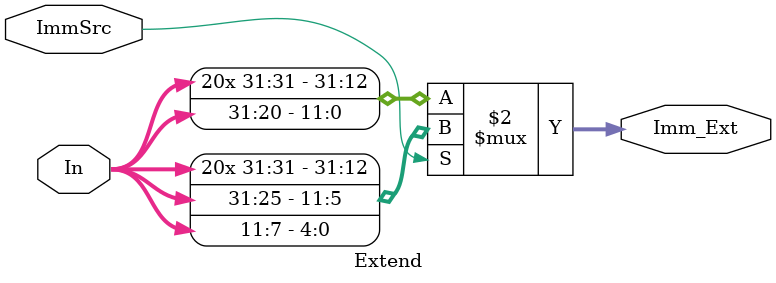
<source format=v>
module Extend (In,Imm_Ext,ImmSrc);

    input [31:0]In;
    input ImmSrc;
    output [31:0]Imm_Ext;

    assign Imm_Ext = (ImmSrc == 1'b1) ? ({{20{In[31]}},In[31:25],In[11:7]}):
                                        {{20{In[31]}},In[31:20]};
                                
endmodule
</source>
